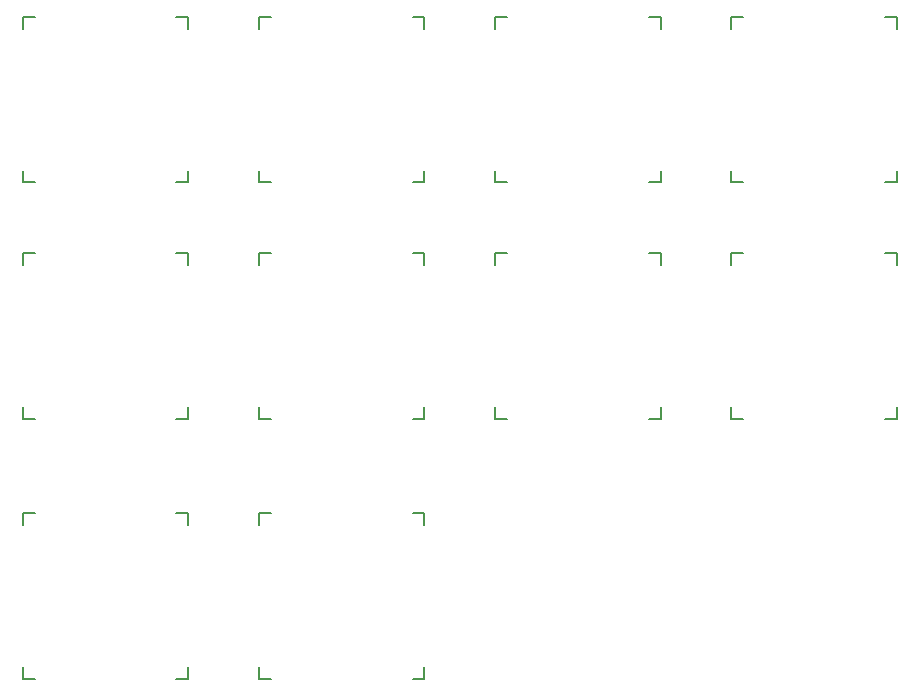
<source format=gbr>
%TF.GenerationSoftware,KiCad,Pcbnew,9.0.1*%
%TF.CreationDate,2025-05-28T21:14:19+10:00*%
%TF.ProjectId,macroCAD,6d616372-6f43-4414-942e-6b696361645f,rev?*%
%TF.SameCoordinates,Original*%
%TF.FileFunction,Legend,Top*%
%TF.FilePolarity,Positive*%
%FSLAX46Y46*%
G04 Gerber Fmt 4.6, Leading zero omitted, Abs format (unit mm)*
G04 Created by KiCad (PCBNEW 9.0.1) date 2025-05-28 21:14:19*
%MOMM*%
%LPD*%
G01*
G04 APERTURE LIST*
%ADD10C,0.150000*%
G04 APERTURE END LIST*
D10*
%TO.C,SW1*%
X73000000Y-24000000D02*
X73000000Y-23000000D01*
X73000000Y-37000000D02*
X73000000Y-36000000D01*
X73000000Y-37000000D02*
X74000000Y-37000000D01*
X74000000Y-23000000D02*
X73000000Y-23000000D01*
X86000000Y-37000000D02*
X87000000Y-37000000D01*
X87000000Y-23000000D02*
X86000000Y-23000000D01*
X87000000Y-23000000D02*
X87000000Y-24000000D01*
X87000000Y-36000000D02*
X87000000Y-37000000D01*
%TO.C,SW5*%
X73000000Y-44000000D02*
X73000000Y-43000000D01*
X73000000Y-57000000D02*
X73000000Y-56000000D01*
X73000000Y-57000000D02*
X74000000Y-57000000D01*
X74000000Y-43000000D02*
X73000000Y-43000000D01*
X86000000Y-57000000D02*
X87000000Y-57000000D01*
X87000000Y-43000000D02*
X86000000Y-43000000D01*
X87000000Y-43000000D02*
X87000000Y-44000000D01*
X87000000Y-56000000D02*
X87000000Y-57000000D01*
%TO.C,SW2*%
X93000000Y-24000000D02*
X93000000Y-23000000D01*
X93000000Y-37000000D02*
X93000000Y-36000000D01*
X93000000Y-37000000D02*
X94000000Y-37000000D01*
X94000000Y-23000000D02*
X93000000Y-23000000D01*
X106000000Y-37000000D02*
X107000000Y-37000000D01*
X107000000Y-23000000D02*
X106000000Y-23000000D01*
X107000000Y-23000000D02*
X107000000Y-24000000D01*
X107000000Y-36000000D02*
X107000000Y-37000000D01*
%TO.C,SW6*%
X93000000Y-44000000D02*
X93000000Y-43000000D01*
X93000000Y-57000000D02*
X93000000Y-56000000D01*
X93000000Y-57000000D02*
X94000000Y-57000000D01*
X94000000Y-43000000D02*
X93000000Y-43000000D01*
X106000000Y-57000000D02*
X107000000Y-57000000D01*
X107000000Y-43000000D02*
X106000000Y-43000000D01*
X107000000Y-43000000D02*
X107000000Y-44000000D01*
X107000000Y-56000000D02*
X107000000Y-57000000D01*
%TO.C,SW4*%
X133000000Y-24000000D02*
X133000000Y-23000000D01*
X133000000Y-37000000D02*
X133000000Y-36000000D01*
X133000000Y-37000000D02*
X134000000Y-37000000D01*
X134000000Y-23000000D02*
X133000000Y-23000000D01*
X146000000Y-37000000D02*
X147000000Y-37000000D01*
X147000000Y-23000000D02*
X146000000Y-23000000D01*
X147000000Y-23000000D02*
X147000000Y-24000000D01*
X147000000Y-36000000D02*
X147000000Y-37000000D01*
%TO.C,SW3*%
X113000000Y-24000000D02*
X113000000Y-23000000D01*
X113000000Y-37000000D02*
X113000000Y-36000000D01*
X113000000Y-37000000D02*
X114000000Y-37000000D01*
X114000000Y-23000000D02*
X113000000Y-23000000D01*
X126000000Y-37000000D02*
X127000000Y-37000000D01*
X127000000Y-23000000D02*
X126000000Y-23000000D01*
X127000000Y-23000000D02*
X127000000Y-24000000D01*
X127000000Y-36000000D02*
X127000000Y-37000000D01*
%TO.C,SW9*%
X73000000Y-66000000D02*
X73000000Y-65000000D01*
X73000000Y-79000000D02*
X73000000Y-78000000D01*
X73000000Y-79000000D02*
X74000000Y-79000000D01*
X74000000Y-65000000D02*
X73000000Y-65000000D01*
X86000000Y-79000000D02*
X87000000Y-79000000D01*
X87000000Y-65000000D02*
X86000000Y-65000000D01*
X87000000Y-65000000D02*
X87000000Y-66000000D01*
X87000000Y-78000000D02*
X87000000Y-79000000D01*
%TO.C,SW8*%
X133000000Y-44000000D02*
X133000000Y-43000000D01*
X133000000Y-57000000D02*
X133000000Y-56000000D01*
X133000000Y-57000000D02*
X134000000Y-57000000D01*
X134000000Y-43000000D02*
X133000000Y-43000000D01*
X146000000Y-57000000D02*
X147000000Y-57000000D01*
X147000000Y-43000000D02*
X146000000Y-43000000D01*
X147000000Y-43000000D02*
X147000000Y-44000000D01*
X147000000Y-56000000D02*
X147000000Y-57000000D01*
%TO.C,SW7*%
X113000000Y-44000000D02*
X113000000Y-43000000D01*
X113000000Y-57000000D02*
X113000000Y-56000000D01*
X113000000Y-57000000D02*
X114000000Y-57000000D01*
X114000000Y-43000000D02*
X113000000Y-43000000D01*
X126000000Y-57000000D02*
X127000000Y-57000000D01*
X127000000Y-43000000D02*
X126000000Y-43000000D01*
X127000000Y-43000000D02*
X127000000Y-44000000D01*
X127000000Y-56000000D02*
X127000000Y-57000000D01*
%TO.C,SW10*%
X93000000Y-66000000D02*
X93000000Y-65000000D01*
X93000000Y-79000000D02*
X93000000Y-78000000D01*
X93000000Y-79000000D02*
X94000000Y-79000000D01*
X94000000Y-65000000D02*
X93000000Y-65000000D01*
X106000000Y-79000000D02*
X107000000Y-79000000D01*
X107000000Y-65000000D02*
X106000000Y-65000000D01*
X107000000Y-65000000D02*
X107000000Y-66000000D01*
X107000000Y-78000000D02*
X107000000Y-79000000D01*
%TD*%
M02*

</source>
